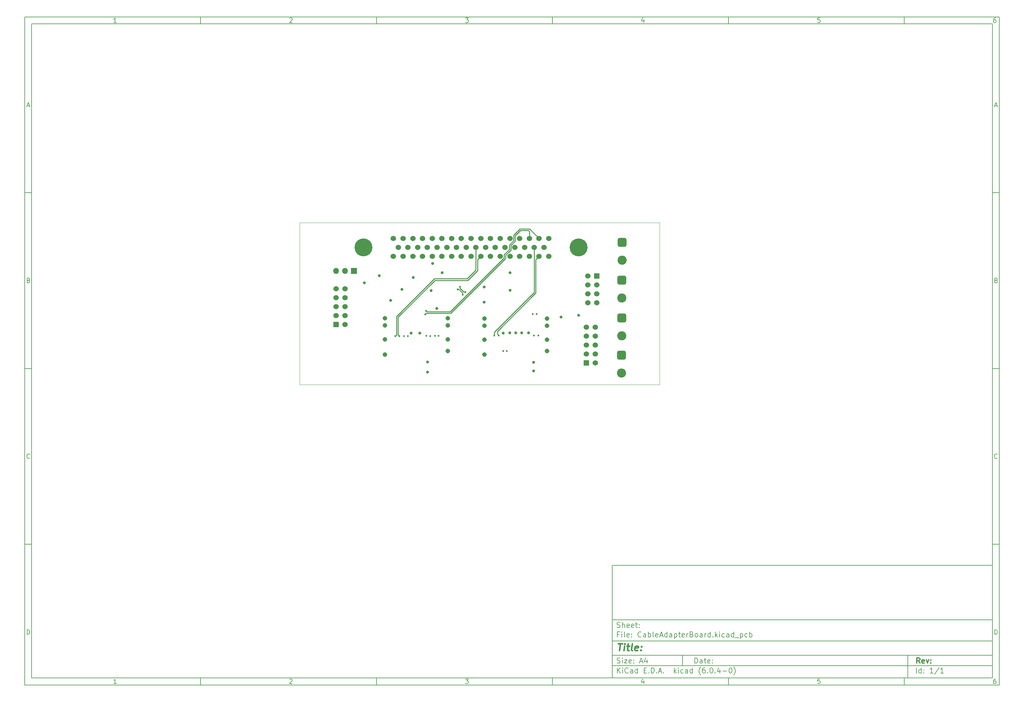
<source format=gbr>
%TF.GenerationSoftware,KiCad,Pcbnew,(6.0.4-0)*%
%TF.CreationDate,2023-08-06T12:43:48-07:00*%
%TF.ProjectId,CableAdapterBoard,4361626c-6541-4646-9170-746572426f61,rev?*%
%TF.SameCoordinates,Original*%
%TF.FileFunction,Copper,L5,Inr*%
%TF.FilePolarity,Positive*%
%FSLAX46Y46*%
G04 Gerber Fmt 4.6, Leading zero omitted, Abs format (unit mm)*
G04 Created by KiCad (PCBNEW (6.0.4-0)) date 2023-08-06 12:43:48*
%MOMM*%
%LPD*%
G01*
G04 APERTURE LIST*
G04 Aperture macros list*
%AMRoundRect*
0 Rectangle with rounded corners*
0 $1 Rounding radius*
0 $2 $3 $4 $5 $6 $7 $8 $9 X,Y pos of 4 corners*
0 Add a 4 corners polygon primitive as box body*
4,1,4,$2,$3,$4,$5,$6,$7,$8,$9,$2,$3,0*
0 Add four circle primitives for the rounded corners*
1,1,$1+$1,$2,$3*
1,1,$1+$1,$4,$5*
1,1,$1+$1,$6,$7*
1,1,$1+$1,$8,$9*
0 Add four rect primitives between the rounded corners*
20,1,$1+$1,$2,$3,$4,$5,0*
20,1,$1+$1,$4,$5,$6,$7,0*
20,1,$1+$1,$6,$7,$8,$9,0*
20,1,$1+$1,$8,$9,$2,$3,0*%
G04 Aperture macros list end*
%ADD10C,0.100000*%
%ADD11C,0.150000*%
%ADD12C,0.300000*%
%ADD13C,0.400000*%
%TA.AperFunction,Profile*%
%ADD14C,0.100000*%
%TD*%
%TA.AperFunction,ComponentPad*%
%ADD15R,1.700000X1.700000*%
%TD*%
%TA.AperFunction,ComponentPad*%
%ADD16O,1.700000X1.700000*%
%TD*%
%TA.AperFunction,ComponentPad*%
%ADD17C,1.308000*%
%TD*%
%TA.AperFunction,ComponentPad*%
%ADD18R,1.530000X1.530000*%
%TD*%
%TA.AperFunction,ComponentPad*%
%ADD19C,1.530000*%
%TD*%
%TA.AperFunction,ComponentPad*%
%ADD20RoundRect,0.650000X-0.650000X0.650000X-0.650000X-0.650000X0.650000X-0.650000X0.650000X0.650000X0*%
%TD*%
%TA.AperFunction,ComponentPad*%
%ADD21C,2.600000*%
%TD*%
%TA.AperFunction,ComponentPad*%
%ADD22C,1.524000*%
%TD*%
%TA.AperFunction,ComponentPad*%
%ADD23C,5.080000*%
%TD*%
%TA.AperFunction,ViaPad*%
%ADD24C,0.800000*%
%TD*%
%TA.AperFunction,ViaPad*%
%ADD25C,0.520700*%
%TD*%
%TA.AperFunction,Conductor*%
%ADD26C,0.228600*%
%TD*%
G04 APERTURE END LIST*
D10*
D11*
X177002200Y-166007200D02*
X177002200Y-198007200D01*
X285002200Y-198007200D01*
X285002200Y-166007200D01*
X177002200Y-166007200D01*
D10*
D11*
X10000000Y-10000000D02*
X10000000Y-200007200D01*
X287002200Y-200007200D01*
X287002200Y-10000000D01*
X10000000Y-10000000D01*
D10*
D11*
X12000000Y-12000000D02*
X12000000Y-198007200D01*
X285002200Y-198007200D01*
X285002200Y-12000000D01*
X12000000Y-12000000D01*
D10*
D11*
X60000000Y-12000000D02*
X60000000Y-10000000D01*
D10*
D11*
X110000000Y-12000000D02*
X110000000Y-10000000D01*
D10*
D11*
X160000000Y-12000000D02*
X160000000Y-10000000D01*
D10*
D11*
X210000000Y-12000000D02*
X210000000Y-10000000D01*
D10*
D11*
X260000000Y-12000000D02*
X260000000Y-10000000D01*
D10*
D11*
X36065476Y-11588095D02*
X35322619Y-11588095D01*
X35694047Y-11588095D02*
X35694047Y-10288095D01*
X35570238Y-10473809D01*
X35446428Y-10597619D01*
X35322619Y-10659523D01*
D10*
D11*
X85322619Y-10411904D02*
X85384523Y-10350000D01*
X85508333Y-10288095D01*
X85817857Y-10288095D01*
X85941666Y-10350000D01*
X86003571Y-10411904D01*
X86065476Y-10535714D01*
X86065476Y-10659523D01*
X86003571Y-10845238D01*
X85260714Y-11588095D01*
X86065476Y-11588095D01*
D10*
D11*
X135260714Y-10288095D02*
X136065476Y-10288095D01*
X135632142Y-10783333D01*
X135817857Y-10783333D01*
X135941666Y-10845238D01*
X136003571Y-10907142D01*
X136065476Y-11030952D01*
X136065476Y-11340476D01*
X136003571Y-11464285D01*
X135941666Y-11526190D01*
X135817857Y-11588095D01*
X135446428Y-11588095D01*
X135322619Y-11526190D01*
X135260714Y-11464285D01*
D10*
D11*
X185941666Y-10721428D02*
X185941666Y-11588095D01*
X185632142Y-10226190D02*
X185322619Y-11154761D01*
X186127380Y-11154761D01*
D10*
D11*
X236003571Y-10288095D02*
X235384523Y-10288095D01*
X235322619Y-10907142D01*
X235384523Y-10845238D01*
X235508333Y-10783333D01*
X235817857Y-10783333D01*
X235941666Y-10845238D01*
X236003571Y-10907142D01*
X236065476Y-11030952D01*
X236065476Y-11340476D01*
X236003571Y-11464285D01*
X235941666Y-11526190D01*
X235817857Y-11588095D01*
X235508333Y-11588095D01*
X235384523Y-11526190D01*
X235322619Y-11464285D01*
D10*
D11*
X285941666Y-10288095D02*
X285694047Y-10288095D01*
X285570238Y-10350000D01*
X285508333Y-10411904D01*
X285384523Y-10597619D01*
X285322619Y-10845238D01*
X285322619Y-11340476D01*
X285384523Y-11464285D01*
X285446428Y-11526190D01*
X285570238Y-11588095D01*
X285817857Y-11588095D01*
X285941666Y-11526190D01*
X286003571Y-11464285D01*
X286065476Y-11340476D01*
X286065476Y-11030952D01*
X286003571Y-10907142D01*
X285941666Y-10845238D01*
X285817857Y-10783333D01*
X285570238Y-10783333D01*
X285446428Y-10845238D01*
X285384523Y-10907142D01*
X285322619Y-11030952D01*
D10*
D11*
X60000000Y-198007200D02*
X60000000Y-200007200D01*
D10*
D11*
X110000000Y-198007200D02*
X110000000Y-200007200D01*
D10*
D11*
X160000000Y-198007200D02*
X160000000Y-200007200D01*
D10*
D11*
X210000000Y-198007200D02*
X210000000Y-200007200D01*
D10*
D11*
X260000000Y-198007200D02*
X260000000Y-200007200D01*
D10*
D11*
X36065476Y-199595295D02*
X35322619Y-199595295D01*
X35694047Y-199595295D02*
X35694047Y-198295295D01*
X35570238Y-198481009D01*
X35446428Y-198604819D01*
X35322619Y-198666723D01*
D10*
D11*
X85322619Y-198419104D02*
X85384523Y-198357200D01*
X85508333Y-198295295D01*
X85817857Y-198295295D01*
X85941666Y-198357200D01*
X86003571Y-198419104D01*
X86065476Y-198542914D01*
X86065476Y-198666723D01*
X86003571Y-198852438D01*
X85260714Y-199595295D01*
X86065476Y-199595295D01*
D10*
D11*
X135260714Y-198295295D02*
X136065476Y-198295295D01*
X135632142Y-198790533D01*
X135817857Y-198790533D01*
X135941666Y-198852438D01*
X136003571Y-198914342D01*
X136065476Y-199038152D01*
X136065476Y-199347676D01*
X136003571Y-199471485D01*
X135941666Y-199533390D01*
X135817857Y-199595295D01*
X135446428Y-199595295D01*
X135322619Y-199533390D01*
X135260714Y-199471485D01*
D10*
D11*
X185941666Y-198728628D02*
X185941666Y-199595295D01*
X185632142Y-198233390D02*
X185322619Y-199161961D01*
X186127380Y-199161961D01*
D10*
D11*
X236003571Y-198295295D02*
X235384523Y-198295295D01*
X235322619Y-198914342D01*
X235384523Y-198852438D01*
X235508333Y-198790533D01*
X235817857Y-198790533D01*
X235941666Y-198852438D01*
X236003571Y-198914342D01*
X236065476Y-199038152D01*
X236065476Y-199347676D01*
X236003571Y-199471485D01*
X235941666Y-199533390D01*
X235817857Y-199595295D01*
X235508333Y-199595295D01*
X235384523Y-199533390D01*
X235322619Y-199471485D01*
D10*
D11*
X285941666Y-198295295D02*
X285694047Y-198295295D01*
X285570238Y-198357200D01*
X285508333Y-198419104D01*
X285384523Y-198604819D01*
X285322619Y-198852438D01*
X285322619Y-199347676D01*
X285384523Y-199471485D01*
X285446428Y-199533390D01*
X285570238Y-199595295D01*
X285817857Y-199595295D01*
X285941666Y-199533390D01*
X286003571Y-199471485D01*
X286065476Y-199347676D01*
X286065476Y-199038152D01*
X286003571Y-198914342D01*
X285941666Y-198852438D01*
X285817857Y-198790533D01*
X285570238Y-198790533D01*
X285446428Y-198852438D01*
X285384523Y-198914342D01*
X285322619Y-199038152D01*
D10*
D11*
X10000000Y-60000000D02*
X12000000Y-60000000D01*
D10*
D11*
X10000000Y-110000000D02*
X12000000Y-110000000D01*
D10*
D11*
X10000000Y-160000000D02*
X12000000Y-160000000D01*
D10*
D11*
X10690476Y-35216666D02*
X11309523Y-35216666D01*
X10566666Y-35588095D02*
X11000000Y-34288095D01*
X11433333Y-35588095D01*
D10*
D11*
X11092857Y-84907142D02*
X11278571Y-84969047D01*
X11340476Y-85030952D01*
X11402380Y-85154761D01*
X11402380Y-85340476D01*
X11340476Y-85464285D01*
X11278571Y-85526190D01*
X11154761Y-85588095D01*
X10659523Y-85588095D01*
X10659523Y-84288095D01*
X11092857Y-84288095D01*
X11216666Y-84350000D01*
X11278571Y-84411904D01*
X11340476Y-84535714D01*
X11340476Y-84659523D01*
X11278571Y-84783333D01*
X11216666Y-84845238D01*
X11092857Y-84907142D01*
X10659523Y-84907142D01*
D10*
D11*
X11402380Y-135464285D02*
X11340476Y-135526190D01*
X11154761Y-135588095D01*
X11030952Y-135588095D01*
X10845238Y-135526190D01*
X10721428Y-135402380D01*
X10659523Y-135278571D01*
X10597619Y-135030952D01*
X10597619Y-134845238D01*
X10659523Y-134597619D01*
X10721428Y-134473809D01*
X10845238Y-134350000D01*
X11030952Y-134288095D01*
X11154761Y-134288095D01*
X11340476Y-134350000D01*
X11402380Y-134411904D01*
D10*
D11*
X10659523Y-185588095D02*
X10659523Y-184288095D01*
X10969047Y-184288095D01*
X11154761Y-184350000D01*
X11278571Y-184473809D01*
X11340476Y-184597619D01*
X11402380Y-184845238D01*
X11402380Y-185030952D01*
X11340476Y-185278571D01*
X11278571Y-185402380D01*
X11154761Y-185526190D01*
X10969047Y-185588095D01*
X10659523Y-185588095D01*
D10*
D11*
X287002200Y-60000000D02*
X285002200Y-60000000D01*
D10*
D11*
X287002200Y-110000000D02*
X285002200Y-110000000D01*
D10*
D11*
X287002200Y-160000000D02*
X285002200Y-160000000D01*
D10*
D11*
X285692676Y-35216666D02*
X286311723Y-35216666D01*
X285568866Y-35588095D02*
X286002200Y-34288095D01*
X286435533Y-35588095D01*
D10*
D11*
X286095057Y-84907142D02*
X286280771Y-84969047D01*
X286342676Y-85030952D01*
X286404580Y-85154761D01*
X286404580Y-85340476D01*
X286342676Y-85464285D01*
X286280771Y-85526190D01*
X286156961Y-85588095D01*
X285661723Y-85588095D01*
X285661723Y-84288095D01*
X286095057Y-84288095D01*
X286218866Y-84350000D01*
X286280771Y-84411904D01*
X286342676Y-84535714D01*
X286342676Y-84659523D01*
X286280771Y-84783333D01*
X286218866Y-84845238D01*
X286095057Y-84907142D01*
X285661723Y-84907142D01*
D10*
D11*
X286404580Y-135464285D02*
X286342676Y-135526190D01*
X286156961Y-135588095D01*
X286033152Y-135588095D01*
X285847438Y-135526190D01*
X285723628Y-135402380D01*
X285661723Y-135278571D01*
X285599819Y-135030952D01*
X285599819Y-134845238D01*
X285661723Y-134597619D01*
X285723628Y-134473809D01*
X285847438Y-134350000D01*
X286033152Y-134288095D01*
X286156961Y-134288095D01*
X286342676Y-134350000D01*
X286404580Y-134411904D01*
D10*
D11*
X285661723Y-185588095D02*
X285661723Y-184288095D01*
X285971247Y-184288095D01*
X286156961Y-184350000D01*
X286280771Y-184473809D01*
X286342676Y-184597619D01*
X286404580Y-184845238D01*
X286404580Y-185030952D01*
X286342676Y-185278571D01*
X286280771Y-185402380D01*
X286156961Y-185526190D01*
X285971247Y-185588095D01*
X285661723Y-185588095D01*
D10*
D11*
X200434342Y-193785771D02*
X200434342Y-192285771D01*
X200791485Y-192285771D01*
X201005771Y-192357200D01*
X201148628Y-192500057D01*
X201220057Y-192642914D01*
X201291485Y-192928628D01*
X201291485Y-193142914D01*
X201220057Y-193428628D01*
X201148628Y-193571485D01*
X201005771Y-193714342D01*
X200791485Y-193785771D01*
X200434342Y-193785771D01*
X202577200Y-193785771D02*
X202577200Y-193000057D01*
X202505771Y-192857200D01*
X202362914Y-192785771D01*
X202077200Y-192785771D01*
X201934342Y-192857200D01*
X202577200Y-193714342D02*
X202434342Y-193785771D01*
X202077200Y-193785771D01*
X201934342Y-193714342D01*
X201862914Y-193571485D01*
X201862914Y-193428628D01*
X201934342Y-193285771D01*
X202077200Y-193214342D01*
X202434342Y-193214342D01*
X202577200Y-193142914D01*
X203077200Y-192785771D02*
X203648628Y-192785771D01*
X203291485Y-192285771D02*
X203291485Y-193571485D01*
X203362914Y-193714342D01*
X203505771Y-193785771D01*
X203648628Y-193785771D01*
X204720057Y-193714342D02*
X204577200Y-193785771D01*
X204291485Y-193785771D01*
X204148628Y-193714342D01*
X204077200Y-193571485D01*
X204077200Y-193000057D01*
X204148628Y-192857200D01*
X204291485Y-192785771D01*
X204577200Y-192785771D01*
X204720057Y-192857200D01*
X204791485Y-193000057D01*
X204791485Y-193142914D01*
X204077200Y-193285771D01*
X205434342Y-193642914D02*
X205505771Y-193714342D01*
X205434342Y-193785771D01*
X205362914Y-193714342D01*
X205434342Y-193642914D01*
X205434342Y-193785771D01*
X205434342Y-192857200D02*
X205505771Y-192928628D01*
X205434342Y-193000057D01*
X205362914Y-192928628D01*
X205434342Y-192857200D01*
X205434342Y-193000057D01*
D10*
D11*
X177002200Y-194507200D02*
X285002200Y-194507200D01*
D10*
D11*
X178434342Y-196585771D02*
X178434342Y-195085771D01*
X179291485Y-196585771D02*
X178648628Y-195728628D01*
X179291485Y-195085771D02*
X178434342Y-195942914D01*
X179934342Y-196585771D02*
X179934342Y-195585771D01*
X179934342Y-195085771D02*
X179862914Y-195157200D01*
X179934342Y-195228628D01*
X180005771Y-195157200D01*
X179934342Y-195085771D01*
X179934342Y-195228628D01*
X181505771Y-196442914D02*
X181434342Y-196514342D01*
X181220057Y-196585771D01*
X181077200Y-196585771D01*
X180862914Y-196514342D01*
X180720057Y-196371485D01*
X180648628Y-196228628D01*
X180577200Y-195942914D01*
X180577200Y-195728628D01*
X180648628Y-195442914D01*
X180720057Y-195300057D01*
X180862914Y-195157200D01*
X181077200Y-195085771D01*
X181220057Y-195085771D01*
X181434342Y-195157200D01*
X181505771Y-195228628D01*
X182791485Y-196585771D02*
X182791485Y-195800057D01*
X182720057Y-195657200D01*
X182577200Y-195585771D01*
X182291485Y-195585771D01*
X182148628Y-195657200D01*
X182791485Y-196514342D02*
X182648628Y-196585771D01*
X182291485Y-196585771D01*
X182148628Y-196514342D01*
X182077200Y-196371485D01*
X182077200Y-196228628D01*
X182148628Y-196085771D01*
X182291485Y-196014342D01*
X182648628Y-196014342D01*
X182791485Y-195942914D01*
X184148628Y-196585771D02*
X184148628Y-195085771D01*
X184148628Y-196514342D02*
X184005771Y-196585771D01*
X183720057Y-196585771D01*
X183577200Y-196514342D01*
X183505771Y-196442914D01*
X183434342Y-196300057D01*
X183434342Y-195871485D01*
X183505771Y-195728628D01*
X183577200Y-195657200D01*
X183720057Y-195585771D01*
X184005771Y-195585771D01*
X184148628Y-195657200D01*
X186005771Y-195800057D02*
X186505771Y-195800057D01*
X186720057Y-196585771D02*
X186005771Y-196585771D01*
X186005771Y-195085771D01*
X186720057Y-195085771D01*
X187362914Y-196442914D02*
X187434342Y-196514342D01*
X187362914Y-196585771D01*
X187291485Y-196514342D01*
X187362914Y-196442914D01*
X187362914Y-196585771D01*
X188077200Y-196585771D02*
X188077200Y-195085771D01*
X188434342Y-195085771D01*
X188648628Y-195157200D01*
X188791485Y-195300057D01*
X188862914Y-195442914D01*
X188934342Y-195728628D01*
X188934342Y-195942914D01*
X188862914Y-196228628D01*
X188791485Y-196371485D01*
X188648628Y-196514342D01*
X188434342Y-196585771D01*
X188077200Y-196585771D01*
X189577200Y-196442914D02*
X189648628Y-196514342D01*
X189577200Y-196585771D01*
X189505771Y-196514342D01*
X189577200Y-196442914D01*
X189577200Y-196585771D01*
X190220057Y-196157200D02*
X190934342Y-196157200D01*
X190077200Y-196585771D02*
X190577200Y-195085771D01*
X191077200Y-196585771D01*
X191577200Y-196442914D02*
X191648628Y-196514342D01*
X191577200Y-196585771D01*
X191505771Y-196514342D01*
X191577200Y-196442914D01*
X191577200Y-196585771D01*
X194577200Y-196585771D02*
X194577200Y-195085771D01*
X194720057Y-196014342D02*
X195148628Y-196585771D01*
X195148628Y-195585771D02*
X194577200Y-196157200D01*
X195791485Y-196585771D02*
X195791485Y-195585771D01*
X195791485Y-195085771D02*
X195720057Y-195157200D01*
X195791485Y-195228628D01*
X195862914Y-195157200D01*
X195791485Y-195085771D01*
X195791485Y-195228628D01*
X197148628Y-196514342D02*
X197005771Y-196585771D01*
X196720057Y-196585771D01*
X196577200Y-196514342D01*
X196505771Y-196442914D01*
X196434342Y-196300057D01*
X196434342Y-195871485D01*
X196505771Y-195728628D01*
X196577200Y-195657200D01*
X196720057Y-195585771D01*
X197005771Y-195585771D01*
X197148628Y-195657200D01*
X198434342Y-196585771D02*
X198434342Y-195800057D01*
X198362914Y-195657200D01*
X198220057Y-195585771D01*
X197934342Y-195585771D01*
X197791485Y-195657200D01*
X198434342Y-196514342D02*
X198291485Y-196585771D01*
X197934342Y-196585771D01*
X197791485Y-196514342D01*
X197720057Y-196371485D01*
X197720057Y-196228628D01*
X197791485Y-196085771D01*
X197934342Y-196014342D01*
X198291485Y-196014342D01*
X198434342Y-195942914D01*
X199791485Y-196585771D02*
X199791485Y-195085771D01*
X199791485Y-196514342D02*
X199648628Y-196585771D01*
X199362914Y-196585771D01*
X199220057Y-196514342D01*
X199148628Y-196442914D01*
X199077200Y-196300057D01*
X199077200Y-195871485D01*
X199148628Y-195728628D01*
X199220057Y-195657200D01*
X199362914Y-195585771D01*
X199648628Y-195585771D01*
X199791485Y-195657200D01*
X202077200Y-197157200D02*
X202005771Y-197085771D01*
X201862914Y-196871485D01*
X201791485Y-196728628D01*
X201720057Y-196514342D01*
X201648628Y-196157200D01*
X201648628Y-195871485D01*
X201720057Y-195514342D01*
X201791485Y-195300057D01*
X201862914Y-195157200D01*
X202005771Y-194942914D01*
X202077200Y-194871485D01*
X203291485Y-195085771D02*
X203005771Y-195085771D01*
X202862914Y-195157200D01*
X202791485Y-195228628D01*
X202648628Y-195442914D01*
X202577200Y-195728628D01*
X202577200Y-196300057D01*
X202648628Y-196442914D01*
X202720057Y-196514342D01*
X202862914Y-196585771D01*
X203148628Y-196585771D01*
X203291485Y-196514342D01*
X203362914Y-196442914D01*
X203434342Y-196300057D01*
X203434342Y-195942914D01*
X203362914Y-195800057D01*
X203291485Y-195728628D01*
X203148628Y-195657200D01*
X202862914Y-195657200D01*
X202720057Y-195728628D01*
X202648628Y-195800057D01*
X202577200Y-195942914D01*
X204077200Y-196442914D02*
X204148628Y-196514342D01*
X204077200Y-196585771D01*
X204005771Y-196514342D01*
X204077200Y-196442914D01*
X204077200Y-196585771D01*
X205077200Y-195085771D02*
X205220057Y-195085771D01*
X205362914Y-195157200D01*
X205434342Y-195228628D01*
X205505771Y-195371485D01*
X205577200Y-195657200D01*
X205577200Y-196014342D01*
X205505771Y-196300057D01*
X205434342Y-196442914D01*
X205362914Y-196514342D01*
X205220057Y-196585771D01*
X205077200Y-196585771D01*
X204934342Y-196514342D01*
X204862914Y-196442914D01*
X204791485Y-196300057D01*
X204720057Y-196014342D01*
X204720057Y-195657200D01*
X204791485Y-195371485D01*
X204862914Y-195228628D01*
X204934342Y-195157200D01*
X205077200Y-195085771D01*
X206220057Y-196442914D02*
X206291485Y-196514342D01*
X206220057Y-196585771D01*
X206148628Y-196514342D01*
X206220057Y-196442914D01*
X206220057Y-196585771D01*
X207577200Y-195585771D02*
X207577200Y-196585771D01*
X207220057Y-195014342D02*
X206862914Y-196085771D01*
X207791485Y-196085771D01*
X208362914Y-196014342D02*
X209505771Y-196014342D01*
X210505771Y-195085771D02*
X210648628Y-195085771D01*
X210791485Y-195157200D01*
X210862914Y-195228628D01*
X210934342Y-195371485D01*
X211005771Y-195657200D01*
X211005771Y-196014342D01*
X210934342Y-196300057D01*
X210862914Y-196442914D01*
X210791485Y-196514342D01*
X210648628Y-196585771D01*
X210505771Y-196585771D01*
X210362914Y-196514342D01*
X210291485Y-196442914D01*
X210220057Y-196300057D01*
X210148628Y-196014342D01*
X210148628Y-195657200D01*
X210220057Y-195371485D01*
X210291485Y-195228628D01*
X210362914Y-195157200D01*
X210505771Y-195085771D01*
X211505771Y-197157200D02*
X211577200Y-197085771D01*
X211720057Y-196871485D01*
X211791485Y-196728628D01*
X211862914Y-196514342D01*
X211934342Y-196157200D01*
X211934342Y-195871485D01*
X211862914Y-195514342D01*
X211791485Y-195300057D01*
X211720057Y-195157200D01*
X211577200Y-194942914D01*
X211505771Y-194871485D01*
D10*
D11*
X177002200Y-191507200D02*
X285002200Y-191507200D01*
D10*
D12*
X264411485Y-193785771D02*
X263911485Y-193071485D01*
X263554342Y-193785771D02*
X263554342Y-192285771D01*
X264125771Y-192285771D01*
X264268628Y-192357200D01*
X264340057Y-192428628D01*
X264411485Y-192571485D01*
X264411485Y-192785771D01*
X264340057Y-192928628D01*
X264268628Y-193000057D01*
X264125771Y-193071485D01*
X263554342Y-193071485D01*
X265625771Y-193714342D02*
X265482914Y-193785771D01*
X265197200Y-193785771D01*
X265054342Y-193714342D01*
X264982914Y-193571485D01*
X264982914Y-193000057D01*
X265054342Y-192857200D01*
X265197200Y-192785771D01*
X265482914Y-192785771D01*
X265625771Y-192857200D01*
X265697200Y-193000057D01*
X265697200Y-193142914D01*
X264982914Y-193285771D01*
X266197200Y-192785771D02*
X266554342Y-193785771D01*
X266911485Y-192785771D01*
X267482914Y-193642914D02*
X267554342Y-193714342D01*
X267482914Y-193785771D01*
X267411485Y-193714342D01*
X267482914Y-193642914D01*
X267482914Y-193785771D01*
X267482914Y-192857200D02*
X267554342Y-192928628D01*
X267482914Y-193000057D01*
X267411485Y-192928628D01*
X267482914Y-192857200D01*
X267482914Y-193000057D01*
D10*
D11*
X178362914Y-193714342D02*
X178577200Y-193785771D01*
X178934342Y-193785771D01*
X179077200Y-193714342D01*
X179148628Y-193642914D01*
X179220057Y-193500057D01*
X179220057Y-193357200D01*
X179148628Y-193214342D01*
X179077200Y-193142914D01*
X178934342Y-193071485D01*
X178648628Y-193000057D01*
X178505771Y-192928628D01*
X178434342Y-192857200D01*
X178362914Y-192714342D01*
X178362914Y-192571485D01*
X178434342Y-192428628D01*
X178505771Y-192357200D01*
X178648628Y-192285771D01*
X179005771Y-192285771D01*
X179220057Y-192357200D01*
X179862914Y-193785771D02*
X179862914Y-192785771D01*
X179862914Y-192285771D02*
X179791485Y-192357200D01*
X179862914Y-192428628D01*
X179934342Y-192357200D01*
X179862914Y-192285771D01*
X179862914Y-192428628D01*
X180434342Y-192785771D02*
X181220057Y-192785771D01*
X180434342Y-193785771D01*
X181220057Y-193785771D01*
X182362914Y-193714342D02*
X182220057Y-193785771D01*
X181934342Y-193785771D01*
X181791485Y-193714342D01*
X181720057Y-193571485D01*
X181720057Y-193000057D01*
X181791485Y-192857200D01*
X181934342Y-192785771D01*
X182220057Y-192785771D01*
X182362914Y-192857200D01*
X182434342Y-193000057D01*
X182434342Y-193142914D01*
X181720057Y-193285771D01*
X183077200Y-193642914D02*
X183148628Y-193714342D01*
X183077200Y-193785771D01*
X183005771Y-193714342D01*
X183077200Y-193642914D01*
X183077200Y-193785771D01*
X183077200Y-192857200D02*
X183148628Y-192928628D01*
X183077200Y-193000057D01*
X183005771Y-192928628D01*
X183077200Y-192857200D01*
X183077200Y-193000057D01*
X184862914Y-193357200D02*
X185577200Y-193357200D01*
X184720057Y-193785771D02*
X185220057Y-192285771D01*
X185720057Y-193785771D01*
X186862914Y-192785771D02*
X186862914Y-193785771D01*
X186505771Y-192214342D02*
X186148628Y-193285771D01*
X187077200Y-193285771D01*
D10*
D11*
X263434342Y-196585771D02*
X263434342Y-195085771D01*
X264791485Y-196585771D02*
X264791485Y-195085771D01*
X264791485Y-196514342D02*
X264648628Y-196585771D01*
X264362914Y-196585771D01*
X264220057Y-196514342D01*
X264148628Y-196442914D01*
X264077200Y-196300057D01*
X264077200Y-195871485D01*
X264148628Y-195728628D01*
X264220057Y-195657200D01*
X264362914Y-195585771D01*
X264648628Y-195585771D01*
X264791485Y-195657200D01*
X265505771Y-196442914D02*
X265577200Y-196514342D01*
X265505771Y-196585771D01*
X265434342Y-196514342D01*
X265505771Y-196442914D01*
X265505771Y-196585771D01*
X265505771Y-195657200D02*
X265577200Y-195728628D01*
X265505771Y-195800057D01*
X265434342Y-195728628D01*
X265505771Y-195657200D01*
X265505771Y-195800057D01*
X268148628Y-196585771D02*
X267291485Y-196585771D01*
X267720057Y-196585771D02*
X267720057Y-195085771D01*
X267577200Y-195300057D01*
X267434342Y-195442914D01*
X267291485Y-195514342D01*
X269862914Y-195014342D02*
X268577200Y-196942914D01*
X271148628Y-196585771D02*
X270291485Y-196585771D01*
X270720057Y-196585771D02*
X270720057Y-195085771D01*
X270577200Y-195300057D01*
X270434342Y-195442914D01*
X270291485Y-195514342D01*
D10*
D11*
X177002200Y-187507200D02*
X285002200Y-187507200D01*
D10*
D13*
X178714580Y-188211961D02*
X179857438Y-188211961D01*
X179036009Y-190211961D02*
X179286009Y-188211961D01*
X180274104Y-190211961D02*
X180440771Y-188878628D01*
X180524104Y-188211961D02*
X180416961Y-188307200D01*
X180500295Y-188402438D01*
X180607438Y-188307200D01*
X180524104Y-188211961D01*
X180500295Y-188402438D01*
X181107438Y-188878628D02*
X181869342Y-188878628D01*
X181476485Y-188211961D02*
X181262200Y-189926247D01*
X181333628Y-190116723D01*
X181512200Y-190211961D01*
X181702676Y-190211961D01*
X182655057Y-190211961D02*
X182476485Y-190116723D01*
X182405057Y-189926247D01*
X182619342Y-188211961D01*
X184190771Y-190116723D02*
X183988390Y-190211961D01*
X183607438Y-190211961D01*
X183428866Y-190116723D01*
X183357438Y-189926247D01*
X183452676Y-189164342D01*
X183571723Y-188973866D01*
X183774104Y-188878628D01*
X184155057Y-188878628D01*
X184333628Y-188973866D01*
X184405057Y-189164342D01*
X184381247Y-189354819D01*
X183405057Y-189545295D01*
X185155057Y-190021485D02*
X185238390Y-190116723D01*
X185131247Y-190211961D01*
X185047914Y-190116723D01*
X185155057Y-190021485D01*
X185131247Y-190211961D01*
X185286009Y-188973866D02*
X185369342Y-189069104D01*
X185262200Y-189164342D01*
X185178866Y-189069104D01*
X185286009Y-188973866D01*
X185262200Y-189164342D01*
D10*
D11*
X178934342Y-185600057D02*
X178434342Y-185600057D01*
X178434342Y-186385771D02*
X178434342Y-184885771D01*
X179148628Y-184885771D01*
X179720057Y-186385771D02*
X179720057Y-185385771D01*
X179720057Y-184885771D02*
X179648628Y-184957200D01*
X179720057Y-185028628D01*
X179791485Y-184957200D01*
X179720057Y-184885771D01*
X179720057Y-185028628D01*
X180648628Y-186385771D02*
X180505771Y-186314342D01*
X180434342Y-186171485D01*
X180434342Y-184885771D01*
X181791485Y-186314342D02*
X181648628Y-186385771D01*
X181362914Y-186385771D01*
X181220057Y-186314342D01*
X181148628Y-186171485D01*
X181148628Y-185600057D01*
X181220057Y-185457200D01*
X181362914Y-185385771D01*
X181648628Y-185385771D01*
X181791485Y-185457200D01*
X181862914Y-185600057D01*
X181862914Y-185742914D01*
X181148628Y-185885771D01*
X182505771Y-186242914D02*
X182577200Y-186314342D01*
X182505771Y-186385771D01*
X182434342Y-186314342D01*
X182505771Y-186242914D01*
X182505771Y-186385771D01*
X182505771Y-185457200D02*
X182577200Y-185528628D01*
X182505771Y-185600057D01*
X182434342Y-185528628D01*
X182505771Y-185457200D01*
X182505771Y-185600057D01*
X185220057Y-186242914D02*
X185148628Y-186314342D01*
X184934342Y-186385771D01*
X184791485Y-186385771D01*
X184577200Y-186314342D01*
X184434342Y-186171485D01*
X184362914Y-186028628D01*
X184291485Y-185742914D01*
X184291485Y-185528628D01*
X184362914Y-185242914D01*
X184434342Y-185100057D01*
X184577200Y-184957200D01*
X184791485Y-184885771D01*
X184934342Y-184885771D01*
X185148628Y-184957200D01*
X185220057Y-185028628D01*
X186505771Y-186385771D02*
X186505771Y-185600057D01*
X186434342Y-185457200D01*
X186291485Y-185385771D01*
X186005771Y-185385771D01*
X185862914Y-185457200D01*
X186505771Y-186314342D02*
X186362914Y-186385771D01*
X186005771Y-186385771D01*
X185862914Y-186314342D01*
X185791485Y-186171485D01*
X185791485Y-186028628D01*
X185862914Y-185885771D01*
X186005771Y-185814342D01*
X186362914Y-185814342D01*
X186505771Y-185742914D01*
X187220057Y-186385771D02*
X187220057Y-184885771D01*
X187220057Y-185457200D02*
X187362914Y-185385771D01*
X187648628Y-185385771D01*
X187791485Y-185457200D01*
X187862914Y-185528628D01*
X187934342Y-185671485D01*
X187934342Y-186100057D01*
X187862914Y-186242914D01*
X187791485Y-186314342D01*
X187648628Y-186385771D01*
X187362914Y-186385771D01*
X187220057Y-186314342D01*
X188791485Y-186385771D02*
X188648628Y-186314342D01*
X188577200Y-186171485D01*
X188577200Y-184885771D01*
X189934342Y-186314342D02*
X189791485Y-186385771D01*
X189505771Y-186385771D01*
X189362914Y-186314342D01*
X189291485Y-186171485D01*
X189291485Y-185600057D01*
X189362914Y-185457200D01*
X189505771Y-185385771D01*
X189791485Y-185385771D01*
X189934342Y-185457200D01*
X190005771Y-185600057D01*
X190005771Y-185742914D01*
X189291485Y-185885771D01*
X190577200Y-185957200D02*
X191291485Y-185957200D01*
X190434342Y-186385771D02*
X190934342Y-184885771D01*
X191434342Y-186385771D01*
X192577200Y-186385771D02*
X192577200Y-184885771D01*
X192577200Y-186314342D02*
X192434342Y-186385771D01*
X192148628Y-186385771D01*
X192005771Y-186314342D01*
X191934342Y-186242914D01*
X191862914Y-186100057D01*
X191862914Y-185671485D01*
X191934342Y-185528628D01*
X192005771Y-185457200D01*
X192148628Y-185385771D01*
X192434342Y-185385771D01*
X192577200Y-185457200D01*
X193934342Y-186385771D02*
X193934342Y-185600057D01*
X193862914Y-185457200D01*
X193720057Y-185385771D01*
X193434342Y-185385771D01*
X193291485Y-185457200D01*
X193934342Y-186314342D02*
X193791485Y-186385771D01*
X193434342Y-186385771D01*
X193291485Y-186314342D01*
X193220057Y-186171485D01*
X193220057Y-186028628D01*
X193291485Y-185885771D01*
X193434342Y-185814342D01*
X193791485Y-185814342D01*
X193934342Y-185742914D01*
X194648628Y-185385771D02*
X194648628Y-186885771D01*
X194648628Y-185457200D02*
X194791485Y-185385771D01*
X195077200Y-185385771D01*
X195220057Y-185457200D01*
X195291485Y-185528628D01*
X195362914Y-185671485D01*
X195362914Y-186100057D01*
X195291485Y-186242914D01*
X195220057Y-186314342D01*
X195077200Y-186385771D01*
X194791485Y-186385771D01*
X194648628Y-186314342D01*
X195791485Y-185385771D02*
X196362914Y-185385771D01*
X196005771Y-184885771D02*
X196005771Y-186171485D01*
X196077200Y-186314342D01*
X196220057Y-186385771D01*
X196362914Y-186385771D01*
X197434342Y-186314342D02*
X197291485Y-186385771D01*
X197005771Y-186385771D01*
X196862914Y-186314342D01*
X196791485Y-186171485D01*
X196791485Y-185600057D01*
X196862914Y-185457200D01*
X197005771Y-185385771D01*
X197291485Y-185385771D01*
X197434342Y-185457200D01*
X197505771Y-185600057D01*
X197505771Y-185742914D01*
X196791485Y-185885771D01*
X198148628Y-186385771D02*
X198148628Y-185385771D01*
X198148628Y-185671485D02*
X198220057Y-185528628D01*
X198291485Y-185457200D01*
X198434342Y-185385771D01*
X198577200Y-185385771D01*
X199577200Y-185600057D02*
X199791485Y-185671485D01*
X199862914Y-185742914D01*
X199934342Y-185885771D01*
X199934342Y-186100057D01*
X199862914Y-186242914D01*
X199791485Y-186314342D01*
X199648628Y-186385771D01*
X199077200Y-186385771D01*
X199077200Y-184885771D01*
X199577200Y-184885771D01*
X199720057Y-184957200D01*
X199791485Y-185028628D01*
X199862914Y-185171485D01*
X199862914Y-185314342D01*
X199791485Y-185457200D01*
X199720057Y-185528628D01*
X199577200Y-185600057D01*
X199077200Y-185600057D01*
X200791485Y-186385771D02*
X200648628Y-186314342D01*
X200577200Y-186242914D01*
X200505771Y-186100057D01*
X200505771Y-185671485D01*
X200577200Y-185528628D01*
X200648628Y-185457200D01*
X200791485Y-185385771D01*
X201005771Y-185385771D01*
X201148628Y-185457200D01*
X201220057Y-185528628D01*
X201291485Y-185671485D01*
X201291485Y-186100057D01*
X201220057Y-186242914D01*
X201148628Y-186314342D01*
X201005771Y-186385771D01*
X200791485Y-186385771D01*
X202577200Y-186385771D02*
X202577200Y-185600057D01*
X202505771Y-185457200D01*
X202362914Y-185385771D01*
X202077200Y-185385771D01*
X201934342Y-185457200D01*
X202577200Y-186314342D02*
X202434342Y-186385771D01*
X202077200Y-186385771D01*
X201934342Y-186314342D01*
X201862914Y-186171485D01*
X201862914Y-186028628D01*
X201934342Y-185885771D01*
X202077200Y-185814342D01*
X202434342Y-185814342D01*
X202577200Y-185742914D01*
X203291485Y-186385771D02*
X203291485Y-185385771D01*
X203291485Y-185671485D02*
X203362914Y-185528628D01*
X203434342Y-185457200D01*
X203577200Y-185385771D01*
X203720057Y-185385771D01*
X204862914Y-186385771D02*
X204862914Y-184885771D01*
X204862914Y-186314342D02*
X204720057Y-186385771D01*
X204434342Y-186385771D01*
X204291485Y-186314342D01*
X204220057Y-186242914D01*
X204148628Y-186100057D01*
X204148628Y-185671485D01*
X204220057Y-185528628D01*
X204291485Y-185457200D01*
X204434342Y-185385771D01*
X204720057Y-185385771D01*
X204862914Y-185457200D01*
X205577200Y-186242914D02*
X205648628Y-186314342D01*
X205577200Y-186385771D01*
X205505771Y-186314342D01*
X205577200Y-186242914D01*
X205577200Y-186385771D01*
X206291485Y-186385771D02*
X206291485Y-184885771D01*
X206434342Y-185814342D02*
X206862914Y-186385771D01*
X206862914Y-185385771D02*
X206291485Y-185957200D01*
X207505771Y-186385771D02*
X207505771Y-185385771D01*
X207505771Y-184885771D02*
X207434342Y-184957200D01*
X207505771Y-185028628D01*
X207577200Y-184957200D01*
X207505771Y-184885771D01*
X207505771Y-185028628D01*
X208862914Y-186314342D02*
X208720057Y-186385771D01*
X208434342Y-186385771D01*
X208291485Y-186314342D01*
X208220057Y-186242914D01*
X208148628Y-186100057D01*
X208148628Y-185671485D01*
X208220057Y-185528628D01*
X208291485Y-185457200D01*
X208434342Y-185385771D01*
X208720057Y-185385771D01*
X208862914Y-185457200D01*
X210148628Y-186385771D02*
X210148628Y-185600057D01*
X210077200Y-185457200D01*
X209934342Y-185385771D01*
X209648628Y-185385771D01*
X209505771Y-185457200D01*
X210148628Y-186314342D02*
X210005771Y-186385771D01*
X209648628Y-186385771D01*
X209505771Y-186314342D01*
X209434342Y-186171485D01*
X209434342Y-186028628D01*
X209505771Y-185885771D01*
X209648628Y-185814342D01*
X210005771Y-185814342D01*
X210148628Y-185742914D01*
X211505771Y-186385771D02*
X211505771Y-184885771D01*
X211505771Y-186314342D02*
X211362914Y-186385771D01*
X211077200Y-186385771D01*
X210934342Y-186314342D01*
X210862914Y-186242914D01*
X210791485Y-186100057D01*
X210791485Y-185671485D01*
X210862914Y-185528628D01*
X210934342Y-185457200D01*
X211077200Y-185385771D01*
X211362914Y-185385771D01*
X211505771Y-185457200D01*
X211862914Y-186528628D02*
X213005771Y-186528628D01*
X213362914Y-185385771D02*
X213362914Y-186885771D01*
X213362914Y-185457200D02*
X213505771Y-185385771D01*
X213791485Y-185385771D01*
X213934342Y-185457200D01*
X214005771Y-185528628D01*
X214077200Y-185671485D01*
X214077200Y-186100057D01*
X214005771Y-186242914D01*
X213934342Y-186314342D01*
X213791485Y-186385771D01*
X213505771Y-186385771D01*
X213362914Y-186314342D01*
X215362914Y-186314342D02*
X215220057Y-186385771D01*
X214934342Y-186385771D01*
X214791485Y-186314342D01*
X214720057Y-186242914D01*
X214648628Y-186100057D01*
X214648628Y-185671485D01*
X214720057Y-185528628D01*
X214791485Y-185457200D01*
X214934342Y-185385771D01*
X215220057Y-185385771D01*
X215362914Y-185457200D01*
X216005771Y-186385771D02*
X216005771Y-184885771D01*
X216005771Y-185457200D02*
X216148628Y-185385771D01*
X216434342Y-185385771D01*
X216577200Y-185457200D01*
X216648628Y-185528628D01*
X216720057Y-185671485D01*
X216720057Y-186100057D01*
X216648628Y-186242914D01*
X216577200Y-186314342D01*
X216434342Y-186385771D01*
X216148628Y-186385771D01*
X216005771Y-186314342D01*
D10*
D11*
X177002200Y-181507200D02*
X285002200Y-181507200D01*
D10*
D11*
X178362914Y-183614342D02*
X178577200Y-183685771D01*
X178934342Y-183685771D01*
X179077200Y-183614342D01*
X179148628Y-183542914D01*
X179220057Y-183400057D01*
X179220057Y-183257200D01*
X179148628Y-183114342D01*
X179077200Y-183042914D01*
X178934342Y-182971485D01*
X178648628Y-182900057D01*
X178505771Y-182828628D01*
X178434342Y-182757200D01*
X178362914Y-182614342D01*
X178362914Y-182471485D01*
X178434342Y-182328628D01*
X178505771Y-182257200D01*
X178648628Y-182185771D01*
X179005771Y-182185771D01*
X179220057Y-182257200D01*
X179862914Y-183685771D02*
X179862914Y-182185771D01*
X180505771Y-183685771D02*
X180505771Y-182900057D01*
X180434342Y-182757200D01*
X180291485Y-182685771D01*
X180077200Y-182685771D01*
X179934342Y-182757200D01*
X179862914Y-182828628D01*
X181791485Y-183614342D02*
X181648628Y-183685771D01*
X181362914Y-183685771D01*
X181220057Y-183614342D01*
X181148628Y-183471485D01*
X181148628Y-182900057D01*
X181220057Y-182757200D01*
X181362914Y-182685771D01*
X181648628Y-182685771D01*
X181791485Y-182757200D01*
X181862914Y-182900057D01*
X181862914Y-183042914D01*
X181148628Y-183185771D01*
X183077200Y-183614342D02*
X182934342Y-183685771D01*
X182648628Y-183685771D01*
X182505771Y-183614342D01*
X182434342Y-183471485D01*
X182434342Y-182900057D01*
X182505771Y-182757200D01*
X182648628Y-182685771D01*
X182934342Y-182685771D01*
X183077200Y-182757200D01*
X183148628Y-182900057D01*
X183148628Y-183042914D01*
X182434342Y-183185771D01*
X183577200Y-182685771D02*
X184148628Y-182685771D01*
X183791485Y-182185771D02*
X183791485Y-183471485D01*
X183862914Y-183614342D01*
X184005771Y-183685771D01*
X184148628Y-183685771D01*
X184648628Y-183542914D02*
X184720057Y-183614342D01*
X184648628Y-183685771D01*
X184577200Y-183614342D01*
X184648628Y-183542914D01*
X184648628Y-183685771D01*
X184648628Y-182757200D02*
X184720057Y-182828628D01*
X184648628Y-182900057D01*
X184577200Y-182828628D01*
X184648628Y-182757200D01*
X184648628Y-182900057D01*
D10*
D12*
D10*
D11*
D10*
D11*
D10*
D11*
D10*
D11*
D10*
D11*
X197002200Y-191507200D02*
X197002200Y-194507200D01*
D10*
D11*
X261002200Y-191507200D02*
X261002200Y-198007200D01*
D14*
X190480000Y-68510000D02*
X190480000Y-114600000D01*
X190480000Y-114600000D02*
X88130000Y-114600000D01*
X88130000Y-114600000D02*
X88130000Y-68510000D01*
X88130000Y-68510000D02*
X162400000Y-68510000D01*
X162400000Y-68510000D02*
X190480000Y-68510000D01*
D15*
%TO.N,DGND*%
%TO.C,JP1*%
X103610000Y-82200000D03*
D16*
%TO.N,/d-sub-shield*%
X101070000Y-82200000D03*
%TO.N,AGND*%
X98530000Y-82200000D03*
%TD*%
D17*
%TO.N,DGND*%
%TO.C,J21*%
X158425000Y-105040000D03*
X158425000Y-101800000D03*
X158425000Y-97800000D03*
X158425000Y-95770000D03*
X140625000Y-95770000D03*
X140625000Y-97800000D03*
X140625000Y-101800000D03*
X140625000Y-106040000D03*
%TD*%
D18*
%TO.N,AGND*%
%TO.C,J2*%
X169595000Y-108422500D03*
D19*
%TO.N,unconnected-(J2-Pad02)*%
X169595000Y-105882500D03*
%TO.N,unconnected-(J2-Pad03)*%
X169595000Y-103342500D03*
%TO.N,unconnected-(J2-Pad04)*%
X169595000Y-100802500D03*
%TO.N,AGND*%
X169595000Y-98262500D03*
%TO.N,unconnected-(J2-Pad06)*%
X172135000Y-108422500D03*
%TO.N,unconnected-(J2-Pad07)*%
X172135000Y-105882500D03*
%TO.N,unconnected-(J2-Pad08)*%
X172135000Y-103342500D03*
%TO.N,/VDD2_Sense*%
X172135000Y-100802500D03*
%TO.N,/VDD1_Sense*%
X172135000Y-98262500D03*
%TD*%
D20*
%TO.N,DGND*%
%TO.C,TP4*%
X179600000Y-106220000D03*
D21*
%TO.N,/VDD2_Sense*%
X179600000Y-111300000D03*
%TD*%
D18*
%TO.N,AGND*%
%TO.C,J3*%
X98495000Y-97497500D03*
D19*
X98495000Y-94957500D03*
X98495000Y-92417500D03*
X98495000Y-89877500D03*
X98495000Y-87337500D03*
%TO.N,/HS_Vdiff*%
X101035000Y-97497500D03*
%TO.N,unconnected-(J3-Pad07)*%
X101035000Y-94957500D03*
%TO.N,/ADC_MON_VIN_P*%
X101035000Y-92417500D03*
%TO.N,/ADC_MON_VCOM*%
X101035000Y-89877500D03*
%TO.N,/ADC_MON_VIN_N*%
X101035000Y-87337500D03*
%TD*%
D20*
%TO.N,AGND*%
%TO.C,TP2*%
X179720000Y-84890000D03*
D21*
%TO.N,/VDD1*%
X179720000Y-89970000D03*
%TD*%
D20*
%TO.N,DGND*%
%TO.C,TP3*%
X179770000Y-74100000D03*
D21*
%TO.N,/VDD2*%
X179770000Y-79180000D03*
%TD*%
D17*
%TO.N,DGND*%
%TO.C,J31*%
X130225000Y-104990000D03*
X130225000Y-101750000D03*
X130225000Y-97750000D03*
X130225000Y-95720000D03*
X112425000Y-95720000D03*
X112425000Y-97750000D03*
X112425000Y-101750000D03*
X112425000Y-105990000D03*
%TD*%
D18*
%TO.N,AGND*%
%TO.C,J1*%
X172595000Y-83665000D03*
D19*
X172595000Y-86205000D03*
X172595000Y-88745000D03*
X172595000Y-91285000D03*
%TO.N,/VDD2*%
X170055000Y-83665000D03*
X170055000Y-86205000D03*
%TO.N,/VDD1*%
X170055000Y-88745000D03*
X170055000Y-91285000D03*
%TD*%
D22*
%TO.N,DGND*%
%TO.C,DSUB1*%
X158938600Y-78086500D03*
%TO.N,/RD_CLK_P*%
X156195400Y-78086500D03*
%TO.N,DGND*%
X153426800Y-78086500D03*
%TO.N,/DATA_OUT_1_P*%
X150658200Y-78086500D03*
%TO.N,DGND*%
X147915000Y-78086500D03*
%TO.N,/DATA_OUT_0_P*%
X145146400Y-78086500D03*
%TO.N,DGND*%
X142377800Y-78086500D03*
%TO.N,/ASIC_SR0_P*%
X139634600Y-78086500D03*
%TO.N,DGND*%
X136866000Y-78086500D03*
%TO.N,/WORD_CLK_0_N*%
X134097400Y-78086500D03*
%TO.N,/WORD_CLK_0_P*%
X131354200Y-78086500D03*
%TO.N,DGND*%
X128585600Y-78086500D03*
%TO.N,AGND*%
X125817000Y-78086500D03*
%TO.N,/HS_Vdiff*%
X123073800Y-78086500D03*
%TO.N,/VDD1*%
X120305200Y-78086500D03*
X117536600Y-78086500D03*
%TO.N,AGND*%
X114793400Y-78086500D03*
%TO.N,/VDD2*%
X157567000Y-75546500D03*
%TO.N,/RD_CLK_N*%
X154798400Y-75546500D03*
%TO.N,DGND*%
X152055200Y-75546500D03*
%TO.N,/DATA_OUT_1_N*%
X149286600Y-75546500D03*
%TO.N,DGND*%
X146518000Y-75546500D03*
%TO.N,/DATA_OUT_0_N*%
X143749400Y-75546500D03*
%TO.N,/ASIC_GR*%
X141006200Y-75546500D03*
%TO.N,/ASIC_SR0_N*%
X138237600Y-75546500D03*
%TO.N,DGND*%
X135469000Y-75546500D03*
%TO.N,/SACI_CMD_P*%
X132725800Y-75546500D03*
%TO.N,DGND*%
X129957200Y-75546500D03*
%TO.N,/SACI_CLK_P*%
X127188600Y-75546500D03*
%TO.N,/ASIC_SACI_SEL*%
X124445400Y-75546500D03*
%TO.N,AGND*%
X121676800Y-75546500D03*
%TO.N,/ADC_MON_VIN_P*%
X118908200Y-75546500D03*
%TO.N,AGND*%
X116165000Y-75546500D03*
%TO.N,/VDD2*%
X158938600Y-73006500D03*
%TO.N,/ASIC_SampClkEn_P*%
X156195400Y-73006500D03*
%TO.N,/ASIC_SampClkEn_N*%
X153426800Y-73006500D03*
%TO.N,/VDD2_Sense*%
X150658200Y-73006500D03*
%TO.N,DGND*%
X147915000Y-73006500D03*
%TO.N,/SACI_RESP_P*%
X145146400Y-73006500D03*
%TO.N,/SACI_RESP_N*%
X142377800Y-73006500D03*
%TO.N,DGND*%
X139634600Y-73006500D03*
X136866000Y-73006500D03*
%TO.N,/ASIC_PULSE*%
X134097400Y-73006500D03*
%TO.N,/SACI_CMD_N*%
X131354200Y-73006500D03*
%TO.N,DGND*%
X128585600Y-73006500D03*
%TO.N,/SACI_CLK_N*%
X125817000Y-73006500D03*
%TO.N,AGND*%
X123073800Y-73006500D03*
%TO.N,/ADC_MON_VCOM*%
X120305200Y-73006500D03*
%TO.N,/ADC_MON_VIN_N*%
X117536600Y-73006500D03*
%TO.N,/VDD1_Sense*%
X114793400Y-73006500D03*
D23*
%TO.N,/d-sub-shield*%
X106309800Y-75546500D03*
X167422200Y-75546500D03*
%TD*%
D20*
%TO.N,AGND*%
%TO.C,TP1*%
X179670000Y-95630000D03*
D21*
%TO.N,/VDD1_Sense*%
X179670000Y-100710000D03*
%TD*%
D24*
%TO.N,DGND*%
X119840000Y-99900000D03*
X147920000Y-87730000D03*
X162420000Y-95360000D03*
X145980000Y-99900000D03*
X110800000Y-83560000D03*
X125520000Y-87840000D03*
X114000000Y-90600000D03*
X128610000Y-82720000D03*
X140580000Y-86820000D03*
X125910000Y-80150000D03*
X140580000Y-91140000D03*
X117200000Y-87460000D03*
X124520000Y-108170000D03*
X147920000Y-82770000D03*
X154610000Y-108190000D03*
X120390000Y-84110000D03*
X153170000Y-99890000D03*
X122320000Y-99900000D03*
X149560000Y-99890000D03*
X151260000Y-99890000D03*
X147840000Y-99890000D03*
D25*
%TO.N,/RD_CLK_P*%
X144760000Y-100620000D03*
%TO.N,/DATA_OUT_1_P*%
X155510001Y-94499989D03*
%TO.N,/DATA_OUT_0_P*%
X155970000Y-100620000D03*
%TO.N,/ASIC_SR0_P*%
X116480006Y-100819991D03*
%TO.N,/WORD_CLK_0_N*%
X145999987Y-104999993D03*
X133746240Y-86753776D03*
X135239430Y-88246966D03*
%TO.N,/WORD_CLK_0_P*%
X147049998Y-104999993D03*
X134496962Y-88989433D03*
X133003773Y-87496244D03*
D24*
%TO.N,AGND*%
X167390000Y-94890000D03*
X154600000Y-110660000D03*
X106540000Y-85610000D03*
X124450000Y-111020000D03*
D25*
%TO.N,/RD_CLK_N*%
X143460000Y-100630000D03*
%TO.N,/DATA_OUT_1_N*%
X154359991Y-94499989D03*
%TO.N,/DATA_OUT_0_N*%
X154700000Y-100620000D03*
%TO.N,/ASIC_SR0_N*%
X115380008Y-100819991D03*
%TO.N,/SACI_CMD_P*%
X125270006Y-100740007D03*
%TO.N,/SACI_CLK_P*%
X118869993Y-100800002D03*
D24*
%TO.N,/ASIC_SACI_SEL*%
X127125000Y-92925000D03*
D25*
%TO.N,/ASIC_SampClkEn_P*%
X124060001Y-93590008D03*
%TO.N,/ASIC_SampClkEn_N*%
X123820000Y-94620000D03*
%TO.N,/SACI_RESP_P*%
X127650011Y-100670004D03*
%TO.N,/SACI_RESP_N*%
X126629998Y-100670004D03*
%TO.N,/SACI_CMD_N*%
X124170000Y-100730000D03*
%TO.N,/SACI_CLK_N*%
X117780003Y-100800002D03*
%TD*%
D26*
%TO.N,/RD_CLK_P*%
X144760000Y-100620000D02*
X144350001Y-100210001D01*
X144350001Y-100210001D02*
X144350001Y-99443199D01*
X144350001Y-99443199D02*
X155248401Y-88544799D01*
X155248401Y-79033499D02*
X156195400Y-78086500D01*
X155248401Y-88544799D02*
X155248401Y-79033499D01*
%TO.N,/ASIC_SR0_P*%
X138687601Y-82155599D02*
X138687601Y-79033499D01*
X116150001Y-95368199D02*
X126593200Y-84925000D01*
X116150001Y-100490001D02*
X116150001Y-95368199D01*
X126593200Y-84925000D02*
X135918200Y-84925000D01*
X116480000Y-100820000D02*
X116150001Y-100490001D01*
X138687601Y-79033499D02*
X139634600Y-78086500D01*
X135918200Y-84925000D02*
X138687601Y-82155599D01*
%TO.N,/WORD_CLK_0_N*%
X134815165Y-88246968D02*
X135239430Y-88246968D01*
X133746240Y-87178045D02*
X134815165Y-88246968D01*
X133746240Y-86753776D02*
X133746240Y-87178045D01*
%TO.N,/WORD_CLK_0_P*%
X133428041Y-87496244D02*
X134496966Y-88565167D01*
X133003773Y-87496244D02*
X133428041Y-87496244D01*
X134496966Y-88565167D02*
X134496966Y-88989432D01*
%TO.N,/RD_CLK_N*%
X143460000Y-100630000D02*
X143460000Y-99696800D01*
X154798400Y-88358400D02*
X154798400Y-75546500D01*
X143460000Y-99696800D02*
X154798400Y-88358400D01*
%TO.N,/ASIC_SR0_N*%
X126406800Y-84475000D02*
X135731800Y-84475000D01*
X115699999Y-100500001D02*
X115699999Y-95181801D01*
X115699999Y-95181801D02*
X126406800Y-84475000D01*
X135731800Y-84475000D02*
X138237600Y-81969200D01*
X138237600Y-81969200D02*
X138237600Y-75546500D01*
X115380000Y-100820000D02*
X115699999Y-100500001D01*
%TO.N,/ASIC_SampClkEn_P*%
X147746880Y-74862672D02*
X147997667Y-74611886D01*
X146271880Y-78484920D02*
X146271880Y-77622963D01*
X146275000Y-77588913D02*
X147746880Y-76117033D01*
X147997667Y-74611886D02*
X148996400Y-73613152D01*
X148996400Y-73613152D02*
X148996400Y-72073146D01*
X124341880Y-93871880D02*
X130884920Y-93871880D01*
X150772667Y-70296880D02*
X153327333Y-70296880D01*
X148996400Y-72073146D02*
X149247187Y-71822360D01*
X153327333Y-70296880D02*
X153355453Y-70325000D01*
X124060000Y-93590000D02*
X124341880Y-93871880D01*
X153513900Y-70325000D02*
X156195400Y-73006500D01*
X149247187Y-71822360D02*
X150772667Y-70296880D01*
X130884920Y-93871880D02*
X146271880Y-78484920D01*
X146271880Y-77622963D02*
X146275000Y-77619843D01*
X153355453Y-70325000D02*
X153513900Y-70325000D01*
X147746880Y-76117033D02*
X147746880Y-74862672D01*
X146275000Y-77619843D02*
X146275000Y-77588913D01*
%TO.N,/ASIC_SampClkEn_N*%
X153150000Y-70725000D02*
X150950000Y-70725000D01*
X146839189Y-77661107D02*
X146700000Y-77800296D01*
X150950000Y-70725000D02*
X149424520Y-72250480D01*
X153426800Y-73006500D02*
X153426800Y-71001800D01*
X147489607Y-77010689D02*
X147469383Y-77010689D01*
X149424520Y-73790486D02*
X148175000Y-75040006D01*
X147469383Y-77010689D02*
X146839189Y-77640883D01*
X149424520Y-72250480D02*
X149424520Y-73790486D01*
X131093200Y-94300000D02*
X124140000Y-94300000D01*
X124140000Y-94300000D02*
X123820000Y-94620000D01*
X153426800Y-71001800D02*
X153150000Y-70725000D01*
X146700000Y-77800296D02*
X146700000Y-78693200D01*
X146839189Y-77640883D02*
X146839189Y-77661107D01*
X148175000Y-75040006D02*
X148175000Y-76325296D01*
X146700000Y-78693200D02*
X131093200Y-94300000D01*
X148175000Y-76325296D02*
X147489607Y-77010689D01*
%TD*%
M02*

</source>
